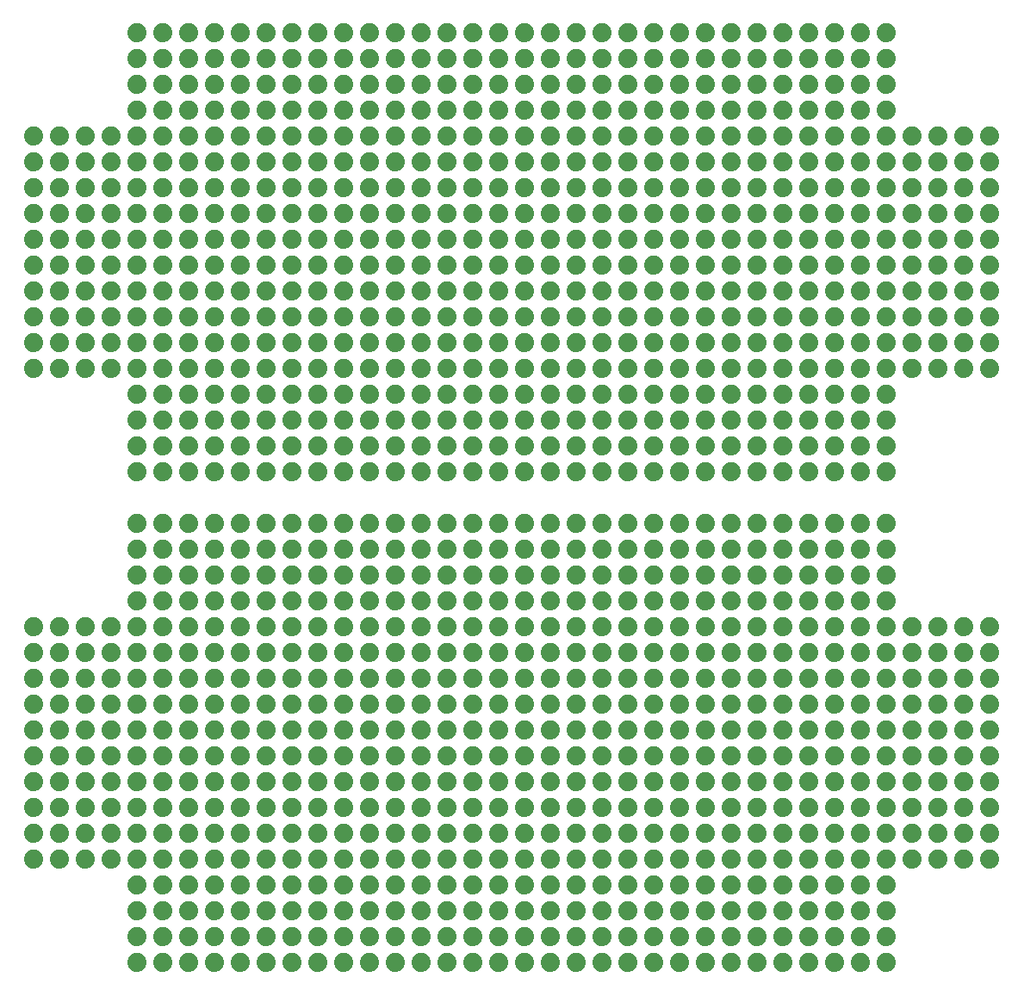
<source format=gbr>
G04 EAGLE Gerber RS-274X export*
G75*
%MOMM*%
%FSLAX34Y34*%
%LPD*%
%INTop Copper*%
%IPPOS*%
%AMOC8*
5,1,8,0,0,1.08239X$1,22.5*%
G01*
%ADD10C,1.879600*%


D10*
X25400Y838200D03*
X50800Y838200D03*
X76200Y838200D03*
X101600Y838200D03*
X127000Y838200D03*
X152400Y838200D03*
X177800Y838200D03*
X203200Y838200D03*
X228600Y838200D03*
X254000Y838200D03*
X279400Y838200D03*
X304800Y838200D03*
X330200Y838200D03*
X355600Y838200D03*
X381000Y838200D03*
X406400Y838200D03*
X431800Y838200D03*
X457200Y838200D03*
X482600Y838200D03*
X508000Y838200D03*
X533400Y838200D03*
X558800Y838200D03*
X584200Y838200D03*
X609600Y838200D03*
X635000Y838200D03*
X660400Y838200D03*
X685800Y838200D03*
X711200Y838200D03*
X736600Y838200D03*
X762000Y838200D03*
X787400Y838200D03*
X812800Y838200D03*
X838200Y838200D03*
X863600Y838200D03*
X889000Y838200D03*
X914400Y838200D03*
X939800Y838200D03*
X965200Y838200D03*
X127000Y863600D03*
X152400Y863600D03*
X177800Y863600D03*
X203200Y863600D03*
X228600Y863600D03*
X254000Y863600D03*
X279400Y863600D03*
X304800Y863600D03*
X330200Y863600D03*
X355600Y863600D03*
X381000Y863600D03*
X406400Y863600D03*
X431800Y863600D03*
X457200Y863600D03*
X482600Y863600D03*
X508000Y863600D03*
X533400Y863600D03*
X558800Y863600D03*
X584200Y863600D03*
X609600Y863600D03*
X635000Y863600D03*
X660400Y863600D03*
X685800Y863600D03*
X711200Y863600D03*
X736600Y863600D03*
X762000Y863600D03*
X787400Y863600D03*
X812800Y863600D03*
X838200Y863600D03*
X863600Y863600D03*
X127000Y889000D03*
X152400Y889000D03*
X177800Y889000D03*
X203200Y889000D03*
X228600Y889000D03*
X254000Y889000D03*
X279400Y889000D03*
X304800Y889000D03*
X330200Y889000D03*
X355600Y889000D03*
X381000Y889000D03*
X406400Y889000D03*
X431800Y889000D03*
X457200Y889000D03*
X482600Y889000D03*
X508000Y889000D03*
X533400Y889000D03*
X558800Y889000D03*
X584200Y889000D03*
X609600Y889000D03*
X635000Y889000D03*
X660400Y889000D03*
X685800Y889000D03*
X711200Y889000D03*
X736600Y889000D03*
X762000Y889000D03*
X787400Y889000D03*
X812800Y889000D03*
X838200Y889000D03*
X863600Y889000D03*
X127000Y914400D03*
X152400Y914400D03*
X177800Y914400D03*
X203200Y914400D03*
X228600Y914400D03*
X254000Y914400D03*
X279400Y914400D03*
X304800Y914400D03*
X330200Y914400D03*
X355600Y914400D03*
X381000Y914400D03*
X406400Y914400D03*
X431800Y914400D03*
X457200Y914400D03*
X482600Y914400D03*
X508000Y914400D03*
X533400Y914400D03*
X558800Y914400D03*
X584200Y914400D03*
X609600Y914400D03*
X635000Y914400D03*
X660400Y914400D03*
X685800Y914400D03*
X711200Y914400D03*
X736600Y914400D03*
X762000Y914400D03*
X787400Y914400D03*
X812800Y914400D03*
X838200Y914400D03*
X863600Y914400D03*
X127000Y939800D03*
X152400Y939800D03*
X177800Y939800D03*
X203200Y939800D03*
X228600Y939800D03*
X254000Y939800D03*
X279400Y939800D03*
X304800Y939800D03*
X330200Y939800D03*
X355600Y939800D03*
X381000Y939800D03*
X406400Y939800D03*
X431800Y939800D03*
X457200Y939800D03*
X482600Y939800D03*
X508000Y939800D03*
X533400Y939800D03*
X558800Y939800D03*
X584200Y939800D03*
X609600Y939800D03*
X635000Y939800D03*
X660400Y939800D03*
X685800Y939800D03*
X711200Y939800D03*
X736600Y939800D03*
X762000Y939800D03*
X787400Y939800D03*
X812800Y939800D03*
X838200Y939800D03*
X863600Y939800D03*
X25400Y812800D03*
X50800Y812800D03*
X76200Y812800D03*
X101600Y812800D03*
X127000Y812800D03*
X152400Y812800D03*
X177800Y812800D03*
X203200Y812800D03*
X228600Y812800D03*
X254000Y812800D03*
X279400Y812800D03*
X304800Y812800D03*
X330200Y812800D03*
X355600Y812800D03*
X381000Y812800D03*
X406400Y812800D03*
X431800Y812800D03*
X457200Y812800D03*
X482600Y812800D03*
X508000Y812800D03*
X533400Y812800D03*
X558800Y812800D03*
X584200Y812800D03*
X609600Y812800D03*
X635000Y812800D03*
X660400Y812800D03*
X685800Y812800D03*
X711200Y812800D03*
X736600Y812800D03*
X762000Y812800D03*
X787400Y812800D03*
X812800Y812800D03*
X838200Y812800D03*
X863600Y812800D03*
X889000Y812800D03*
X914400Y812800D03*
X939800Y812800D03*
X965200Y812800D03*
X25400Y787400D03*
X50800Y787400D03*
X76200Y787400D03*
X101600Y787400D03*
X127000Y787400D03*
X152400Y787400D03*
X177800Y787400D03*
X203200Y787400D03*
X228600Y787400D03*
X254000Y787400D03*
X279400Y787400D03*
X304800Y787400D03*
X330200Y787400D03*
X355600Y787400D03*
X381000Y787400D03*
X406400Y787400D03*
X431800Y787400D03*
X457200Y787400D03*
X482600Y787400D03*
X508000Y787400D03*
X533400Y787400D03*
X558800Y787400D03*
X584200Y787400D03*
X609600Y787400D03*
X635000Y787400D03*
X660400Y787400D03*
X685800Y787400D03*
X711200Y787400D03*
X736600Y787400D03*
X762000Y787400D03*
X787400Y787400D03*
X812800Y787400D03*
X838200Y787400D03*
X863600Y787400D03*
X889000Y787400D03*
X914400Y787400D03*
X939800Y787400D03*
X965200Y787400D03*
X25400Y762000D03*
X50800Y762000D03*
X76200Y762000D03*
X101600Y762000D03*
X127000Y762000D03*
X152400Y762000D03*
X177800Y762000D03*
X203200Y762000D03*
X228600Y762000D03*
X254000Y762000D03*
X279400Y762000D03*
X304800Y762000D03*
X330200Y762000D03*
X355600Y762000D03*
X381000Y762000D03*
X406400Y762000D03*
X431800Y762000D03*
X457200Y762000D03*
X482600Y762000D03*
X508000Y762000D03*
X533400Y762000D03*
X558800Y762000D03*
X584200Y762000D03*
X609600Y762000D03*
X635000Y762000D03*
X660400Y762000D03*
X685800Y762000D03*
X711200Y762000D03*
X736600Y762000D03*
X762000Y762000D03*
X787400Y762000D03*
X812800Y762000D03*
X838200Y762000D03*
X863600Y762000D03*
X889000Y762000D03*
X914400Y762000D03*
X939800Y762000D03*
X965200Y762000D03*
X25400Y736600D03*
X50800Y736600D03*
X76200Y736600D03*
X101600Y736600D03*
X127000Y736600D03*
X152400Y736600D03*
X177800Y736600D03*
X203200Y736600D03*
X228600Y736600D03*
X254000Y736600D03*
X279400Y736600D03*
X304800Y736600D03*
X330200Y736600D03*
X355600Y736600D03*
X381000Y736600D03*
X406400Y736600D03*
X431800Y736600D03*
X457200Y736600D03*
X482600Y736600D03*
X508000Y736600D03*
X533400Y736600D03*
X558800Y736600D03*
X584200Y736600D03*
X609600Y736600D03*
X635000Y736600D03*
X660400Y736600D03*
X685800Y736600D03*
X711200Y736600D03*
X736600Y736600D03*
X762000Y736600D03*
X787400Y736600D03*
X812800Y736600D03*
X838200Y736600D03*
X863600Y736600D03*
X889000Y736600D03*
X914400Y736600D03*
X939800Y736600D03*
X965200Y736600D03*
X25400Y711200D03*
X50800Y711200D03*
X76200Y711200D03*
X101600Y711200D03*
X127000Y711200D03*
X152400Y711200D03*
X177800Y711200D03*
X203200Y711200D03*
X228600Y711200D03*
X254000Y711200D03*
X279400Y711200D03*
X304800Y711200D03*
X330200Y711200D03*
X355600Y711200D03*
X381000Y711200D03*
X406400Y711200D03*
X431800Y711200D03*
X457200Y711200D03*
X482600Y711200D03*
X508000Y711200D03*
X533400Y711200D03*
X558800Y711200D03*
X584200Y711200D03*
X609600Y711200D03*
X635000Y711200D03*
X660400Y711200D03*
X685800Y711200D03*
X711200Y711200D03*
X736600Y711200D03*
X762000Y711200D03*
X787400Y711200D03*
X812800Y711200D03*
X838200Y711200D03*
X863600Y711200D03*
X889000Y711200D03*
X914400Y711200D03*
X939800Y711200D03*
X965200Y711200D03*
X25400Y685800D03*
X50800Y685800D03*
X76200Y685800D03*
X101600Y685800D03*
X127000Y685800D03*
X152400Y685800D03*
X177800Y685800D03*
X203200Y685800D03*
X228600Y685800D03*
X254000Y685800D03*
X279400Y685800D03*
X304800Y685800D03*
X330200Y685800D03*
X355600Y685800D03*
X381000Y685800D03*
X406400Y685800D03*
X431800Y685800D03*
X457200Y685800D03*
X482600Y685800D03*
X508000Y685800D03*
X533400Y685800D03*
X558800Y685800D03*
X584200Y685800D03*
X609600Y685800D03*
X635000Y685800D03*
X660400Y685800D03*
X685800Y685800D03*
X711200Y685800D03*
X736600Y685800D03*
X762000Y685800D03*
X787400Y685800D03*
X812800Y685800D03*
X838200Y685800D03*
X863600Y685800D03*
X889000Y685800D03*
X914400Y685800D03*
X939800Y685800D03*
X965200Y685800D03*
X25400Y660400D03*
X50800Y660400D03*
X76200Y660400D03*
X101600Y660400D03*
X127000Y660400D03*
X152400Y660400D03*
X177800Y660400D03*
X203200Y660400D03*
X228600Y660400D03*
X254000Y660400D03*
X279400Y660400D03*
X304800Y660400D03*
X330200Y660400D03*
X355600Y660400D03*
X381000Y660400D03*
X406400Y660400D03*
X431800Y660400D03*
X457200Y660400D03*
X482600Y660400D03*
X508000Y660400D03*
X533400Y660400D03*
X558800Y660400D03*
X584200Y660400D03*
X609600Y660400D03*
X635000Y660400D03*
X660400Y660400D03*
X685800Y660400D03*
X711200Y660400D03*
X736600Y660400D03*
X762000Y660400D03*
X787400Y660400D03*
X812800Y660400D03*
X838200Y660400D03*
X863600Y660400D03*
X889000Y660400D03*
X914400Y660400D03*
X939800Y660400D03*
X965200Y660400D03*
X25400Y635000D03*
X50800Y635000D03*
X76200Y635000D03*
X101600Y635000D03*
X127000Y635000D03*
X152400Y635000D03*
X177800Y635000D03*
X203200Y635000D03*
X228600Y635000D03*
X254000Y635000D03*
X279400Y635000D03*
X304800Y635000D03*
X330200Y635000D03*
X355600Y635000D03*
X381000Y635000D03*
X406400Y635000D03*
X431800Y635000D03*
X457200Y635000D03*
X482600Y635000D03*
X508000Y635000D03*
X533400Y635000D03*
X558800Y635000D03*
X584200Y635000D03*
X609600Y635000D03*
X635000Y635000D03*
X660400Y635000D03*
X685800Y635000D03*
X711200Y635000D03*
X736600Y635000D03*
X762000Y635000D03*
X787400Y635000D03*
X812800Y635000D03*
X838200Y635000D03*
X863600Y635000D03*
X889000Y635000D03*
X914400Y635000D03*
X939800Y635000D03*
X965200Y635000D03*
X25400Y609600D03*
X50800Y609600D03*
X76200Y609600D03*
X101600Y609600D03*
X127000Y609600D03*
X152400Y609600D03*
X177800Y609600D03*
X203200Y609600D03*
X228600Y609600D03*
X254000Y609600D03*
X279400Y609600D03*
X304800Y609600D03*
X330200Y609600D03*
X355600Y609600D03*
X381000Y609600D03*
X406400Y609600D03*
X431800Y609600D03*
X457200Y609600D03*
X482600Y609600D03*
X508000Y609600D03*
X533400Y609600D03*
X558800Y609600D03*
X584200Y609600D03*
X609600Y609600D03*
X635000Y609600D03*
X660400Y609600D03*
X685800Y609600D03*
X711200Y609600D03*
X736600Y609600D03*
X762000Y609600D03*
X787400Y609600D03*
X812800Y609600D03*
X838200Y609600D03*
X863600Y609600D03*
X889000Y609600D03*
X914400Y609600D03*
X939800Y609600D03*
X965200Y609600D03*
X127000Y508000D03*
X152400Y508000D03*
X177800Y508000D03*
X203200Y508000D03*
X228600Y508000D03*
X254000Y508000D03*
X279400Y508000D03*
X304800Y508000D03*
X330200Y508000D03*
X355600Y508000D03*
X381000Y508000D03*
X406400Y508000D03*
X431800Y508000D03*
X457200Y508000D03*
X482600Y508000D03*
X508000Y508000D03*
X533400Y508000D03*
X558800Y508000D03*
X584200Y508000D03*
X609600Y508000D03*
X635000Y508000D03*
X660400Y508000D03*
X685800Y508000D03*
X711200Y508000D03*
X736600Y508000D03*
X762000Y508000D03*
X787400Y508000D03*
X812800Y508000D03*
X838200Y508000D03*
X863600Y508000D03*
X127000Y533400D03*
X152400Y533400D03*
X177800Y533400D03*
X203200Y533400D03*
X228600Y533400D03*
X254000Y533400D03*
X279400Y533400D03*
X304800Y533400D03*
X330200Y533400D03*
X355600Y533400D03*
X381000Y533400D03*
X406400Y533400D03*
X431800Y533400D03*
X457200Y533400D03*
X482600Y533400D03*
X508000Y533400D03*
X533400Y533400D03*
X558800Y533400D03*
X584200Y533400D03*
X609600Y533400D03*
X635000Y533400D03*
X660400Y533400D03*
X685800Y533400D03*
X711200Y533400D03*
X736600Y533400D03*
X762000Y533400D03*
X787400Y533400D03*
X812800Y533400D03*
X838200Y533400D03*
X863600Y533400D03*
X127000Y558800D03*
X152400Y558800D03*
X177800Y558800D03*
X203200Y558800D03*
X228600Y558800D03*
X254000Y558800D03*
X279400Y558800D03*
X304800Y558800D03*
X330200Y558800D03*
X355600Y558800D03*
X381000Y558800D03*
X406400Y558800D03*
X431800Y558800D03*
X457200Y558800D03*
X482600Y558800D03*
X508000Y558800D03*
X533400Y558800D03*
X558800Y558800D03*
X584200Y558800D03*
X609600Y558800D03*
X635000Y558800D03*
X660400Y558800D03*
X685800Y558800D03*
X711200Y558800D03*
X736600Y558800D03*
X762000Y558800D03*
X787400Y558800D03*
X812800Y558800D03*
X838200Y558800D03*
X863600Y558800D03*
X127000Y584200D03*
X152400Y584200D03*
X177800Y584200D03*
X203200Y584200D03*
X228600Y584200D03*
X254000Y584200D03*
X279400Y584200D03*
X304800Y584200D03*
X330200Y584200D03*
X355600Y584200D03*
X381000Y584200D03*
X406400Y584200D03*
X431800Y584200D03*
X457200Y584200D03*
X482600Y584200D03*
X508000Y584200D03*
X533400Y584200D03*
X558800Y584200D03*
X584200Y584200D03*
X609600Y584200D03*
X635000Y584200D03*
X660400Y584200D03*
X685800Y584200D03*
X711200Y584200D03*
X736600Y584200D03*
X762000Y584200D03*
X787400Y584200D03*
X812800Y584200D03*
X838200Y584200D03*
X863600Y584200D03*
X25400Y355600D03*
X50800Y355600D03*
X76200Y355600D03*
X101600Y355600D03*
X127000Y355600D03*
X152400Y355600D03*
X177800Y355600D03*
X203200Y355600D03*
X228600Y355600D03*
X254000Y355600D03*
X279400Y355600D03*
X304800Y355600D03*
X330200Y355600D03*
X355600Y355600D03*
X381000Y355600D03*
X406400Y355600D03*
X431800Y355600D03*
X457200Y355600D03*
X482600Y355600D03*
X508000Y355600D03*
X533400Y355600D03*
X558800Y355600D03*
X584200Y355600D03*
X609600Y355600D03*
X635000Y355600D03*
X660400Y355600D03*
X685800Y355600D03*
X711200Y355600D03*
X736600Y355600D03*
X762000Y355600D03*
X787400Y355600D03*
X812800Y355600D03*
X838200Y355600D03*
X863600Y355600D03*
X889000Y355600D03*
X914400Y355600D03*
X939800Y355600D03*
X965200Y355600D03*
X127000Y381000D03*
X152400Y381000D03*
X177800Y381000D03*
X203200Y381000D03*
X228600Y381000D03*
X254000Y381000D03*
X279400Y381000D03*
X304800Y381000D03*
X330200Y381000D03*
X355600Y381000D03*
X381000Y381000D03*
X406400Y381000D03*
X431800Y381000D03*
X457200Y381000D03*
X482600Y381000D03*
X508000Y381000D03*
X533400Y381000D03*
X558800Y381000D03*
X584200Y381000D03*
X609600Y381000D03*
X635000Y381000D03*
X660400Y381000D03*
X685800Y381000D03*
X711200Y381000D03*
X736600Y381000D03*
X762000Y381000D03*
X787400Y381000D03*
X812800Y381000D03*
X838200Y381000D03*
X863600Y381000D03*
X127000Y406400D03*
X152400Y406400D03*
X177800Y406400D03*
X203200Y406400D03*
X228600Y406400D03*
X254000Y406400D03*
X279400Y406400D03*
X304800Y406400D03*
X330200Y406400D03*
X355600Y406400D03*
X381000Y406400D03*
X406400Y406400D03*
X431800Y406400D03*
X457200Y406400D03*
X482600Y406400D03*
X508000Y406400D03*
X533400Y406400D03*
X558800Y406400D03*
X584200Y406400D03*
X609600Y406400D03*
X635000Y406400D03*
X660400Y406400D03*
X685800Y406400D03*
X711200Y406400D03*
X736600Y406400D03*
X762000Y406400D03*
X787400Y406400D03*
X812800Y406400D03*
X838200Y406400D03*
X863600Y406400D03*
X127000Y431800D03*
X152400Y431800D03*
X177800Y431800D03*
X203200Y431800D03*
X228600Y431800D03*
X254000Y431800D03*
X279400Y431800D03*
X304800Y431800D03*
X330200Y431800D03*
X355600Y431800D03*
X381000Y431800D03*
X406400Y431800D03*
X431800Y431800D03*
X457200Y431800D03*
X482600Y431800D03*
X508000Y431800D03*
X533400Y431800D03*
X558800Y431800D03*
X584200Y431800D03*
X609600Y431800D03*
X635000Y431800D03*
X660400Y431800D03*
X685800Y431800D03*
X711200Y431800D03*
X736600Y431800D03*
X762000Y431800D03*
X787400Y431800D03*
X812800Y431800D03*
X838200Y431800D03*
X863600Y431800D03*
X127000Y457200D03*
X152400Y457200D03*
X177800Y457200D03*
X203200Y457200D03*
X228600Y457200D03*
X254000Y457200D03*
X279400Y457200D03*
X304800Y457200D03*
X330200Y457200D03*
X355600Y457200D03*
X381000Y457200D03*
X406400Y457200D03*
X431800Y457200D03*
X457200Y457200D03*
X482600Y457200D03*
X508000Y457200D03*
X533400Y457200D03*
X558800Y457200D03*
X584200Y457200D03*
X609600Y457200D03*
X635000Y457200D03*
X660400Y457200D03*
X685800Y457200D03*
X711200Y457200D03*
X736600Y457200D03*
X762000Y457200D03*
X787400Y457200D03*
X812800Y457200D03*
X838200Y457200D03*
X863600Y457200D03*
X25400Y330200D03*
X50800Y330200D03*
X76200Y330200D03*
X101600Y330200D03*
X127000Y330200D03*
X152400Y330200D03*
X177800Y330200D03*
X203200Y330200D03*
X228600Y330200D03*
X254000Y330200D03*
X279400Y330200D03*
X304800Y330200D03*
X330200Y330200D03*
X355600Y330200D03*
X381000Y330200D03*
X406400Y330200D03*
X431800Y330200D03*
X457200Y330200D03*
X482600Y330200D03*
X508000Y330200D03*
X533400Y330200D03*
X558800Y330200D03*
X584200Y330200D03*
X609600Y330200D03*
X635000Y330200D03*
X660400Y330200D03*
X685800Y330200D03*
X711200Y330200D03*
X736600Y330200D03*
X762000Y330200D03*
X787400Y330200D03*
X812800Y330200D03*
X838200Y330200D03*
X863600Y330200D03*
X889000Y330200D03*
X914400Y330200D03*
X939800Y330200D03*
X965200Y330200D03*
X25400Y304800D03*
X50800Y304800D03*
X76200Y304800D03*
X101600Y304800D03*
X127000Y304800D03*
X152400Y304800D03*
X177800Y304800D03*
X203200Y304800D03*
X228600Y304800D03*
X254000Y304800D03*
X279400Y304800D03*
X304800Y304800D03*
X330200Y304800D03*
X355600Y304800D03*
X381000Y304800D03*
X406400Y304800D03*
X431800Y304800D03*
X457200Y304800D03*
X482600Y304800D03*
X508000Y304800D03*
X533400Y304800D03*
X558800Y304800D03*
X584200Y304800D03*
X609600Y304800D03*
X635000Y304800D03*
X660400Y304800D03*
X685800Y304800D03*
X711200Y304800D03*
X736600Y304800D03*
X762000Y304800D03*
X787400Y304800D03*
X812800Y304800D03*
X838200Y304800D03*
X863600Y304800D03*
X889000Y304800D03*
X914400Y304800D03*
X939800Y304800D03*
X965200Y304800D03*
X25400Y279400D03*
X50800Y279400D03*
X76200Y279400D03*
X101600Y279400D03*
X127000Y279400D03*
X152400Y279400D03*
X177800Y279400D03*
X203200Y279400D03*
X228600Y279400D03*
X254000Y279400D03*
X279400Y279400D03*
X304800Y279400D03*
X330200Y279400D03*
X355600Y279400D03*
X381000Y279400D03*
X406400Y279400D03*
X431800Y279400D03*
X457200Y279400D03*
X482600Y279400D03*
X508000Y279400D03*
X533400Y279400D03*
X558800Y279400D03*
X584200Y279400D03*
X609600Y279400D03*
X635000Y279400D03*
X660400Y279400D03*
X685800Y279400D03*
X711200Y279400D03*
X736600Y279400D03*
X762000Y279400D03*
X787400Y279400D03*
X812800Y279400D03*
X838200Y279400D03*
X863600Y279400D03*
X889000Y279400D03*
X914400Y279400D03*
X939800Y279400D03*
X965200Y279400D03*
X25400Y254000D03*
X50800Y254000D03*
X76200Y254000D03*
X101600Y254000D03*
X127000Y254000D03*
X152400Y254000D03*
X177800Y254000D03*
X203200Y254000D03*
X228600Y254000D03*
X254000Y254000D03*
X279400Y254000D03*
X304800Y254000D03*
X330200Y254000D03*
X355600Y254000D03*
X381000Y254000D03*
X406400Y254000D03*
X431800Y254000D03*
X457200Y254000D03*
X482600Y254000D03*
X508000Y254000D03*
X533400Y254000D03*
X558800Y254000D03*
X584200Y254000D03*
X609600Y254000D03*
X635000Y254000D03*
X660400Y254000D03*
X685800Y254000D03*
X711200Y254000D03*
X736600Y254000D03*
X762000Y254000D03*
X787400Y254000D03*
X812800Y254000D03*
X838200Y254000D03*
X863600Y254000D03*
X889000Y254000D03*
X914400Y254000D03*
X939800Y254000D03*
X965200Y254000D03*
X25400Y228600D03*
X50800Y228600D03*
X76200Y228600D03*
X101600Y228600D03*
X127000Y228600D03*
X152400Y228600D03*
X177800Y228600D03*
X203200Y228600D03*
X228600Y228600D03*
X254000Y228600D03*
X279400Y228600D03*
X304800Y228600D03*
X330200Y228600D03*
X355600Y228600D03*
X381000Y228600D03*
X406400Y228600D03*
X431800Y228600D03*
X457200Y228600D03*
X482600Y228600D03*
X508000Y228600D03*
X533400Y228600D03*
X558800Y228600D03*
X584200Y228600D03*
X609600Y228600D03*
X635000Y228600D03*
X660400Y228600D03*
X685800Y228600D03*
X711200Y228600D03*
X736600Y228600D03*
X762000Y228600D03*
X787400Y228600D03*
X812800Y228600D03*
X838200Y228600D03*
X863600Y228600D03*
X889000Y228600D03*
X914400Y228600D03*
X939800Y228600D03*
X965200Y228600D03*
X25400Y203200D03*
X50800Y203200D03*
X76200Y203200D03*
X101600Y203200D03*
X127000Y203200D03*
X152400Y203200D03*
X177800Y203200D03*
X203200Y203200D03*
X228600Y203200D03*
X254000Y203200D03*
X279400Y203200D03*
X304800Y203200D03*
X330200Y203200D03*
X355600Y203200D03*
X381000Y203200D03*
X406400Y203200D03*
X431800Y203200D03*
X457200Y203200D03*
X482600Y203200D03*
X508000Y203200D03*
X533400Y203200D03*
X558800Y203200D03*
X584200Y203200D03*
X609600Y203200D03*
X635000Y203200D03*
X660400Y203200D03*
X685800Y203200D03*
X711200Y203200D03*
X736600Y203200D03*
X762000Y203200D03*
X787400Y203200D03*
X812800Y203200D03*
X838200Y203200D03*
X863600Y203200D03*
X889000Y203200D03*
X914400Y203200D03*
X939800Y203200D03*
X965200Y203200D03*
X25400Y177800D03*
X50800Y177800D03*
X76200Y177800D03*
X101600Y177800D03*
X127000Y177800D03*
X152400Y177800D03*
X177800Y177800D03*
X203200Y177800D03*
X228600Y177800D03*
X254000Y177800D03*
X279400Y177800D03*
X304800Y177800D03*
X330200Y177800D03*
X355600Y177800D03*
X381000Y177800D03*
X406400Y177800D03*
X431800Y177800D03*
X457200Y177800D03*
X482600Y177800D03*
X508000Y177800D03*
X533400Y177800D03*
X558800Y177800D03*
X584200Y177800D03*
X609600Y177800D03*
X635000Y177800D03*
X660400Y177800D03*
X685800Y177800D03*
X711200Y177800D03*
X736600Y177800D03*
X762000Y177800D03*
X787400Y177800D03*
X812800Y177800D03*
X838200Y177800D03*
X863600Y177800D03*
X889000Y177800D03*
X914400Y177800D03*
X939800Y177800D03*
X965200Y177800D03*
X25400Y152400D03*
X50800Y152400D03*
X76200Y152400D03*
X101600Y152400D03*
X127000Y152400D03*
X152400Y152400D03*
X177800Y152400D03*
X203200Y152400D03*
X228600Y152400D03*
X254000Y152400D03*
X279400Y152400D03*
X304800Y152400D03*
X330200Y152400D03*
X355600Y152400D03*
X381000Y152400D03*
X406400Y152400D03*
X431800Y152400D03*
X457200Y152400D03*
X482600Y152400D03*
X508000Y152400D03*
X533400Y152400D03*
X558800Y152400D03*
X584200Y152400D03*
X609600Y152400D03*
X635000Y152400D03*
X660400Y152400D03*
X685800Y152400D03*
X711200Y152400D03*
X736600Y152400D03*
X762000Y152400D03*
X787400Y152400D03*
X812800Y152400D03*
X838200Y152400D03*
X863600Y152400D03*
X889000Y152400D03*
X914400Y152400D03*
X939800Y152400D03*
X965200Y152400D03*
X25400Y127000D03*
X50800Y127000D03*
X76200Y127000D03*
X101600Y127000D03*
X127000Y127000D03*
X152400Y127000D03*
X177800Y127000D03*
X203200Y127000D03*
X228600Y127000D03*
X254000Y127000D03*
X279400Y127000D03*
X304800Y127000D03*
X330200Y127000D03*
X355600Y127000D03*
X381000Y127000D03*
X406400Y127000D03*
X431800Y127000D03*
X457200Y127000D03*
X482600Y127000D03*
X508000Y127000D03*
X533400Y127000D03*
X558800Y127000D03*
X584200Y127000D03*
X609600Y127000D03*
X635000Y127000D03*
X660400Y127000D03*
X685800Y127000D03*
X711200Y127000D03*
X736600Y127000D03*
X762000Y127000D03*
X787400Y127000D03*
X812800Y127000D03*
X838200Y127000D03*
X863600Y127000D03*
X889000Y127000D03*
X914400Y127000D03*
X939800Y127000D03*
X965200Y127000D03*
X127000Y25400D03*
X152400Y25400D03*
X177800Y25400D03*
X203200Y25400D03*
X228600Y25400D03*
X254000Y25400D03*
X279400Y25400D03*
X304800Y25400D03*
X330200Y25400D03*
X355600Y25400D03*
X381000Y25400D03*
X406400Y25400D03*
X431800Y25400D03*
X457200Y25400D03*
X482600Y25400D03*
X508000Y25400D03*
X533400Y25400D03*
X558800Y25400D03*
X584200Y25400D03*
X609600Y25400D03*
X635000Y25400D03*
X660400Y25400D03*
X685800Y25400D03*
X711200Y25400D03*
X736600Y25400D03*
X762000Y25400D03*
X787400Y25400D03*
X812800Y25400D03*
X838200Y25400D03*
X863600Y25400D03*
X127000Y50800D03*
X152400Y50800D03*
X177800Y50800D03*
X203200Y50800D03*
X228600Y50800D03*
X254000Y50800D03*
X279400Y50800D03*
X304800Y50800D03*
X330200Y50800D03*
X355600Y50800D03*
X381000Y50800D03*
X406400Y50800D03*
X431800Y50800D03*
X457200Y50800D03*
X482600Y50800D03*
X508000Y50800D03*
X533400Y50800D03*
X558800Y50800D03*
X584200Y50800D03*
X609600Y50800D03*
X635000Y50800D03*
X660400Y50800D03*
X685800Y50800D03*
X711200Y50800D03*
X736600Y50800D03*
X762000Y50800D03*
X787400Y50800D03*
X812800Y50800D03*
X838200Y50800D03*
X863600Y50800D03*
X127000Y76200D03*
X152400Y76200D03*
X177800Y76200D03*
X203200Y76200D03*
X228600Y76200D03*
X254000Y76200D03*
X279400Y76200D03*
X304800Y76200D03*
X330200Y76200D03*
X355600Y76200D03*
X381000Y76200D03*
X406400Y76200D03*
X431800Y76200D03*
X457200Y76200D03*
X482600Y76200D03*
X508000Y76200D03*
X533400Y76200D03*
X558800Y76200D03*
X584200Y76200D03*
X609600Y76200D03*
X635000Y76200D03*
X660400Y76200D03*
X685800Y76200D03*
X711200Y76200D03*
X736600Y76200D03*
X762000Y76200D03*
X787400Y76200D03*
X812800Y76200D03*
X838200Y76200D03*
X863600Y76200D03*
X127000Y101600D03*
X152400Y101600D03*
X177800Y101600D03*
X203200Y101600D03*
X228600Y101600D03*
X254000Y101600D03*
X279400Y101600D03*
X304800Y101600D03*
X330200Y101600D03*
X355600Y101600D03*
X381000Y101600D03*
X406400Y101600D03*
X431800Y101600D03*
X457200Y101600D03*
X482600Y101600D03*
X508000Y101600D03*
X533400Y101600D03*
X558800Y101600D03*
X584200Y101600D03*
X609600Y101600D03*
X635000Y101600D03*
X660400Y101600D03*
X685800Y101600D03*
X711200Y101600D03*
X736600Y101600D03*
X762000Y101600D03*
X787400Y101600D03*
X812800Y101600D03*
X838200Y101600D03*
X863600Y101600D03*
M02*

</source>
